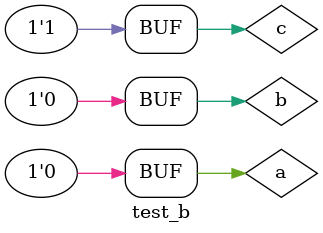
<source format=v>
`timescale 1ns / 1ps

module test_b(

    );
    
    reg a, b, c;
    wire s;
    
    main circ(a, b, c); //dut [device unit test]
    initial begin
    a = 1;
    b = 0;
    c = 0;
    #500;
    
    a = 0;
    b = 1;
    c = 0;
    #500;
        
    a = 1;
    b = 1;
    c = 0;
    #500;
        
    a = 0;
    b = 0;
    c = 1;
    #500;
    end
endmodule

</source>
